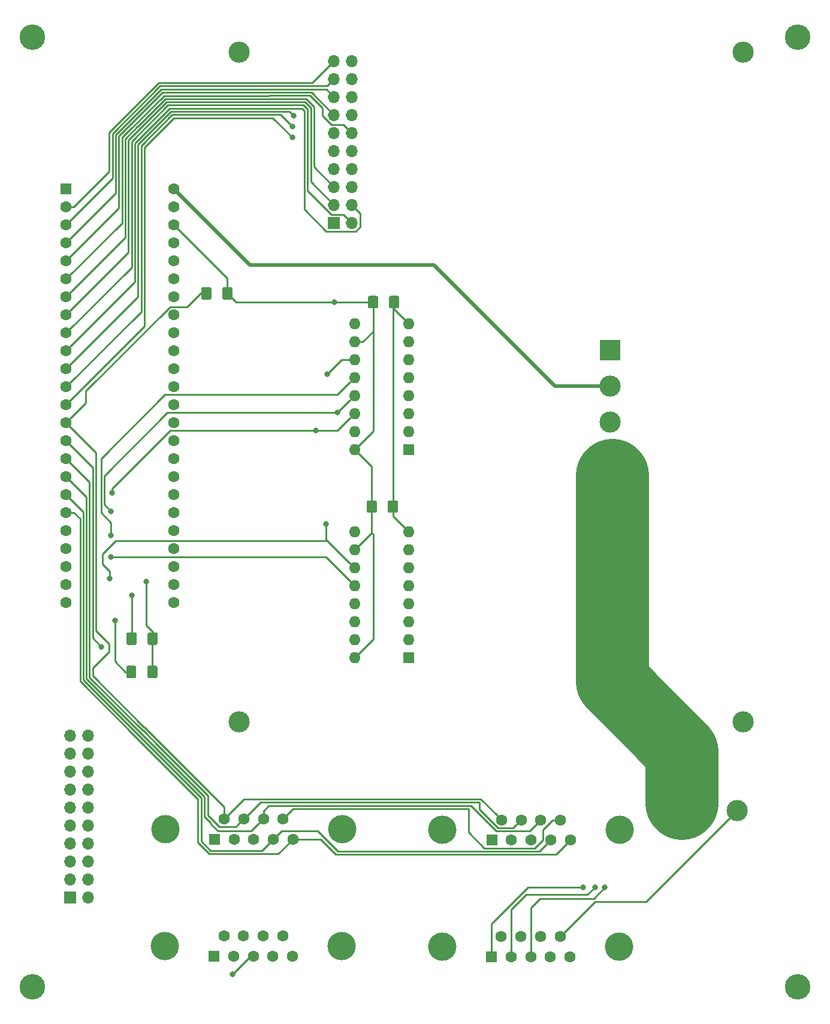
<source format=gbr>
G04 #@! TF.GenerationSoftware,KiCad,Pcbnew,(5.0.0)*
G04 #@! TF.CreationDate,2019-03-26T18:25:38-05:00*
G04 #@! TF.ProjectId,PlayerPiano,506C617965725069616E6F2E6B696361,rev?*
G04 #@! TF.SameCoordinates,Original*
G04 #@! TF.FileFunction,Copper,L1,Top,Signal*
G04 #@! TF.FilePolarity,Positive*
%FSLAX46Y46*%
G04 Gerber Fmt 4.6, Leading zero omitted, Abs format (unit mm)*
G04 Created by KiCad (PCBNEW (5.0.0)) date 03/26/19 18:25:38*
%MOMM*%
%LPD*%
G01*
G04 APERTURE LIST*
G04 #@! TA.AperFunction,ComponentPad*
%ADD10C,3.600000*%
G04 #@! TD*
G04 #@! TA.AperFunction,ComponentPad*
%ADD11C,3.000000*%
G04 #@! TD*
G04 #@! TA.AperFunction,ComponentPad*
%ADD12R,1.700000X1.700000*%
G04 #@! TD*
G04 #@! TA.AperFunction,ComponentPad*
%ADD13O,1.700000X1.700000*%
G04 #@! TD*
G04 #@! TA.AperFunction,ComponentPad*
%ADD14C,1.600000*%
G04 #@! TD*
G04 #@! TA.AperFunction,ComponentPad*
%ADD15R,1.600000X1.600000*%
G04 #@! TD*
G04 #@! TA.AperFunction,Conductor*
%ADD16C,0.100000*%
G04 #@! TD*
G04 #@! TA.AperFunction,SMDPad,CuDef*
%ADD17C,1.425000*%
G04 #@! TD*
G04 #@! TA.AperFunction,ComponentPad*
%ADD18C,4.000000*%
G04 #@! TD*
G04 #@! TA.AperFunction,ComponentPad*
%ADD19O,1.600000X1.600000*%
G04 #@! TD*
G04 #@! TA.AperFunction,ComponentPad*
%ADD20R,3.000000X3.000000*%
G04 #@! TD*
G04 #@! TA.AperFunction,ViaPad*
%ADD21C,0.800000*%
G04 #@! TD*
G04 #@! TA.AperFunction,Conductor*
%ADD22C,0.250000*%
G04 #@! TD*
G04 #@! TA.AperFunction,Conductor*
%ADD23C,0.520000*%
G04 #@! TD*
G04 #@! TA.AperFunction,Conductor*
%ADD24C,10.331000*%
G04 #@! TD*
G04 APERTURE END LIST*
D10*
G04 #@! TO.P,_,1*
G04 #@! TO.N,N/C*
X276600000Y-209040000D03*
G04 #@! TD*
G04 #@! TO.P,_,1*
G04 #@! TO.N,N/C*
X168500000Y-209040000D03*
G04 #@! TD*
G04 #@! TO.P,_,1*
G04 #@! TO.N,N/C*
X276600000Y-74910000D03*
G04 #@! TD*
G04 #@! TO.P,_,1*
G04 #@! TO.N,N/C*
X168500000Y-74910000D03*
G04 #@! TD*
D11*
G04 #@! TO.P,_,1*
G04 #@! TO.N,N/C*
X197662947Y-77014749D03*
G04 #@! TD*
G04 #@! TO.P,_,1*
G04 #@! TO.N,N/C*
X268862947Y-77014749D03*
G04 #@! TD*
G04 #@! TO.P,_,1*
G04 #@! TO.N,N/C*
X268862947Y-171614749D03*
G04 #@! TD*
D12*
G04 #@! TO.P,J5,1*
G04 #@! TO.N,/+3V3*
X211097947Y-101139749D03*
D13*
G04 #@! TO.P,J5,2*
G04 #@! TO.N,Gate_A*
X213637947Y-101139749D03*
G04 #@! TO.P,J5,3*
G04 #@! TO.N,Gate_B*
X211097947Y-98599749D03*
G04 #@! TO.P,J5,4*
G04 #@! TO.N,Gate_C*
X213637947Y-98599749D03*
G04 #@! TO.P,J5,5*
G04 #@! TO.N,Gate_D*
X211097947Y-96059749D03*
G04 #@! TO.P,J5,6*
G04 #@! TO.N,PITCH_A*
X213637947Y-96059749D03*
G04 #@! TO.P,J5,7*
G04 #@! TO.N,PITCH_B*
X211097947Y-93519749D03*
G04 #@! TO.P,J5,8*
G04 #@! TO.N,PITCH_C*
X213637947Y-93519749D03*
G04 #@! TO.P,J5,9*
G04 #@! TO.N,PITCH_D*
X211097947Y-90979749D03*
G04 #@! TO.P,J5,10*
G04 #@! TO.N,/-12V*
X213637947Y-90979749D03*
G04 #@! TO.P,J5,11*
G04 #@! TO.N,/GND*
X211097947Y-88439749D03*
G04 #@! TO.P,J5,12*
G04 #@! TO.N,SDA_Display*
X213637947Y-88439749D03*
G04 #@! TO.P,J5,13*
G04 #@! TO.N,SCL_Display*
X211097947Y-85899749D03*
G04 #@! TO.P,J5,14*
G04 #@! TO.N,Midi_loop*
X213637947Y-85899749D03*
G04 #@! TO.P,J5,15*
G04 #@! TO.N,Midi_Stop*
X211097947Y-83359749D03*
G04 #@! TO.P,J5,16*
G04 #@! TO.N,Midi_Play_Pause*
X213637947Y-83359749D03*
G04 #@! TO.P,J5,17*
G04 #@! TO.N,Enc_SW*
X211097947Y-80819749D03*
G04 #@! TO.P,J5,18*
G04 #@! TO.N,Enc_B*
X213637947Y-80819749D03*
G04 #@! TO.P,J5,19*
G04 #@! TO.N,Enc_A*
X211097947Y-78279749D03*
G04 #@! TO.P,J5,20*
G04 #@! TO.N,/+12V*
X213637947Y-78279749D03*
G04 #@! TD*
D14*
G04 #@! TO.P,U3,53*
G04 #@! TO.N,/+5V*
X188470000Y-96350000D03*
G04 #@! TO.P,U3,52*
G04 #@! TO.N,/GND*
X188470000Y-98890000D03*
G04 #@! TO.P,U3,51*
G04 #@! TO.N,/+3V3*
X188470000Y-101430000D03*
G04 #@! TO.P,U3,50*
G04 #@! TO.N,PITCH_D*
X188470000Y-103970000D03*
G04 #@! TO.P,U3,49*
G04 #@! TO.N,PITCH_C*
X188470000Y-106510000D03*
G04 #@! TO.P,U3,48*
G04 #@! TO.N,PITCH_B*
X188470000Y-109050000D03*
G04 #@! TO.P,U3,47*
G04 #@! TO.N,PITCH_A*
X188470000Y-111590000D03*
G04 #@! TO.P,U3,46*
G04 #@! TO.N,Net-(J8-Pad1)*
X188470000Y-114130000D03*
G04 #@! TO.P,U3,45*
G04 #@! TO.N,Net-(J8-Pad2)*
X188470000Y-116670000D03*
G04 #@! TO.P,U3,44*
G04 #@! TO.N,Net-(J8-Pad3)*
X188470000Y-119210000D03*
G04 #@! TO.P,U3,43*
G04 #@! TO.N,Net-(J8-Pad4)*
X188470000Y-121750000D03*
G04 #@! TO.P,U3,42*
G04 #@! TO.N,Net-(J8-Pad5)*
X188470000Y-124290000D03*
G04 #@! TO.P,U3,41*
G04 #@! TO.N,Net-(J8-Pad6)*
X188470000Y-126830000D03*
G04 #@! TO.P,U3,40*
G04 #@! TO.N,Net-(J8-Pad7)*
X188470000Y-129370000D03*
G04 #@! TO.P,U3,39*
G04 #@! TO.N,Net-(J8-Pad8)*
X188470000Y-131910000D03*
G04 #@! TO.P,U3,38*
G04 #@! TO.N,Net-(J8-Pad9)*
X188470000Y-134450000D03*
D15*
G04 #@! TO.P,U3,1*
G04 #@! TO.N,/GND*
X173230000Y-96350000D03*
D14*
G04 #@! TO.P,U3,2*
G04 #@! TO.N,Enc_A*
X173230000Y-98890000D03*
G04 #@! TO.P,U3,3*
G04 #@! TO.N,Enc_SW*
X173230000Y-101430000D03*
G04 #@! TO.P,U3,4*
G04 #@! TO.N,Midi_Stop*
X173230000Y-103970000D03*
G04 #@! TO.P,U3,5*
G04 #@! TO.N,SCL_Display*
X173230000Y-106510000D03*
G04 #@! TO.P,U3,6*
G04 #@! TO.N,SDA_Display*
X173230000Y-109050000D03*
G04 #@! TO.P,U3,7*
G04 #@! TO.N,Gate_D*
X173230000Y-111590000D03*
G04 #@! TO.P,U3,8*
G04 #@! TO.N,Gate_B*
X173230000Y-114130000D03*
G04 #@! TO.P,U3,9*
G04 #@! TO.N,Gate_A*
X173230000Y-116670000D03*
G04 #@! TO.P,U3,10*
G04 #@! TO.N,Gate_C*
X173230000Y-119210000D03*
G04 #@! TO.P,U3,11*
G04 #@! TO.N,Enc_B*
X173230000Y-121750000D03*
G04 #@! TO.P,U3,12*
G04 #@! TO.N,Midi_Play_Pause*
X173230000Y-124290000D03*
G04 #@! TO.P,U3,13*
G04 #@! TO.N,Midi_loop*
X173230000Y-126830000D03*
G04 #@! TO.P,U3,37*
G04 #@! TO.N,Net-(J8-Pad10)*
X188470000Y-136990000D03*
G04 #@! TO.P,U3,36*
G04 #@! TO.N,Net-(J8-Pad11)*
X188470000Y-139530000D03*
G04 #@! TO.P,U3,35*
G04 #@! TO.N,Net-(J8-Pad12)*
X188470000Y-142070000D03*
G04 #@! TO.P,U3,34*
G04 #@! TO.N,Net-(J8-Pad13)*
X188470000Y-144610000D03*
G04 #@! TO.P,U3,33*
G04 #@! TO.N,Net-(J8-Pad14)*
X188470000Y-147150000D03*
G04 #@! TO.P,U3,32*
G04 #@! TO.N,Net-(J8-Pad15)*
X188470000Y-149690000D03*
G04 #@! TO.P,U3,31*
G04 #@! TO.N,Net-(J8-Pad16)*
X188470000Y-152230000D03*
G04 #@! TO.P,U3,30*
G04 #@! TO.N,Net-(J8-Pad17)*
X188470000Y-154770000D03*
G04 #@! TO.P,U3,24*
G04 #@! TO.N,SRSEL_CLK*
X173230000Y-154770000D03*
G04 #@! TO.P,U3,23*
G04 #@! TO.N,SRSEL_LATCH_A*
X173230000Y-152230000D03*
G04 #@! TO.P,U3,22*
G04 #@! TO.N,SRSEL_LATCH_B*
X173230000Y-149690000D03*
G04 #@! TO.P,U3,21*
G04 #@! TO.N,SRSEL_ENABLE*
X173230000Y-147150000D03*
G04 #@! TO.P,U3,14*
G04 #@! TO.N,FAULT*
X173230000Y-129370000D03*
G04 #@! TO.P,U3,15*
G04 #@! TO.N,xtra_3V3*
X173230000Y-131910000D03*
G04 #@! TO.P,U3,16*
G04 #@! TO.N,RESET*
X173230000Y-134450000D03*
G04 #@! TO.P,U3,20*
G04 #@! TO.N,SRSEL_DATA*
X173230000Y-144610000D03*
G04 #@! TO.P,U3,19*
G04 #@! TO.N,SER_DATA*
X173230000Y-142070000D03*
G04 #@! TO.P,U3,18*
G04 #@! TO.N,SER_CLK*
X173230000Y-139530000D03*
G04 #@! TO.P,U3,17*
G04 #@! TO.N,nENBL*
X173230000Y-136990000D03*
G04 #@! TD*
D16*
G04 #@! TO.N,/+3V3*
G04 #@! TO.C,C1*
G36*
X217099504Y-111456204D02*
X217123773Y-111459804D01*
X217147571Y-111465765D01*
X217170671Y-111474030D01*
X217192849Y-111484520D01*
X217213893Y-111497133D01*
X217233598Y-111511747D01*
X217251777Y-111528223D01*
X217268253Y-111546402D01*
X217282867Y-111566107D01*
X217295480Y-111587151D01*
X217305970Y-111609329D01*
X217314235Y-111632429D01*
X217320196Y-111656227D01*
X217323796Y-111680496D01*
X217325000Y-111705000D01*
X217325000Y-112955000D01*
X217323796Y-112979504D01*
X217320196Y-113003773D01*
X217314235Y-113027571D01*
X217305970Y-113050671D01*
X217295480Y-113072849D01*
X217282867Y-113093893D01*
X217268253Y-113113598D01*
X217251777Y-113131777D01*
X217233598Y-113148253D01*
X217213893Y-113162867D01*
X217192849Y-113175480D01*
X217170671Y-113185970D01*
X217147571Y-113194235D01*
X217123773Y-113200196D01*
X217099504Y-113203796D01*
X217075000Y-113205000D01*
X216150000Y-113205000D01*
X216125496Y-113203796D01*
X216101227Y-113200196D01*
X216077429Y-113194235D01*
X216054329Y-113185970D01*
X216032151Y-113175480D01*
X216011107Y-113162867D01*
X215991402Y-113148253D01*
X215973223Y-113131777D01*
X215956747Y-113113598D01*
X215942133Y-113093893D01*
X215929520Y-113072849D01*
X215919030Y-113050671D01*
X215910765Y-113027571D01*
X215904804Y-113003773D01*
X215901204Y-112979504D01*
X215900000Y-112955000D01*
X215900000Y-111705000D01*
X215901204Y-111680496D01*
X215904804Y-111656227D01*
X215910765Y-111632429D01*
X215919030Y-111609329D01*
X215929520Y-111587151D01*
X215942133Y-111566107D01*
X215956747Y-111546402D01*
X215973223Y-111528223D01*
X215991402Y-111511747D01*
X216011107Y-111497133D01*
X216032151Y-111484520D01*
X216054329Y-111474030D01*
X216077429Y-111465765D01*
X216101227Y-111459804D01*
X216125496Y-111456204D01*
X216150000Y-111455000D01*
X217075000Y-111455000D01*
X217099504Y-111456204D01*
X217099504Y-111456204D01*
G37*
D17*
G04 #@! TD*
G04 #@! TO.P,C1,1*
G04 #@! TO.N,/+3V3*
X216612500Y-112330000D03*
D16*
G04 #@! TO.N,/GND*
G04 #@! TO.C,C1*
G36*
X220074504Y-111456204D02*
X220098773Y-111459804D01*
X220122571Y-111465765D01*
X220145671Y-111474030D01*
X220167849Y-111484520D01*
X220188893Y-111497133D01*
X220208598Y-111511747D01*
X220226777Y-111528223D01*
X220243253Y-111546402D01*
X220257867Y-111566107D01*
X220270480Y-111587151D01*
X220280970Y-111609329D01*
X220289235Y-111632429D01*
X220295196Y-111656227D01*
X220298796Y-111680496D01*
X220300000Y-111705000D01*
X220300000Y-112955000D01*
X220298796Y-112979504D01*
X220295196Y-113003773D01*
X220289235Y-113027571D01*
X220280970Y-113050671D01*
X220270480Y-113072849D01*
X220257867Y-113093893D01*
X220243253Y-113113598D01*
X220226777Y-113131777D01*
X220208598Y-113148253D01*
X220188893Y-113162867D01*
X220167849Y-113175480D01*
X220145671Y-113185970D01*
X220122571Y-113194235D01*
X220098773Y-113200196D01*
X220074504Y-113203796D01*
X220050000Y-113205000D01*
X219125000Y-113205000D01*
X219100496Y-113203796D01*
X219076227Y-113200196D01*
X219052429Y-113194235D01*
X219029329Y-113185970D01*
X219007151Y-113175480D01*
X218986107Y-113162867D01*
X218966402Y-113148253D01*
X218948223Y-113131777D01*
X218931747Y-113113598D01*
X218917133Y-113093893D01*
X218904520Y-113072849D01*
X218894030Y-113050671D01*
X218885765Y-113027571D01*
X218879804Y-113003773D01*
X218876204Y-112979504D01*
X218875000Y-112955000D01*
X218875000Y-111705000D01*
X218876204Y-111680496D01*
X218879804Y-111656227D01*
X218885765Y-111632429D01*
X218894030Y-111609329D01*
X218904520Y-111587151D01*
X218917133Y-111566107D01*
X218931747Y-111546402D01*
X218948223Y-111528223D01*
X218966402Y-111511747D01*
X218986107Y-111497133D01*
X219007151Y-111484520D01*
X219029329Y-111474030D01*
X219052429Y-111465765D01*
X219076227Y-111459804D01*
X219100496Y-111456204D01*
X219125000Y-111455000D01*
X220050000Y-111455000D01*
X220074504Y-111456204D01*
X220074504Y-111456204D01*
G37*
D17*
G04 #@! TD*
G04 #@! TO.P,C1,2*
G04 #@! TO.N,/GND*
X219587500Y-112330000D03*
D16*
G04 #@! TO.N,/GND*
G04 #@! TO.C,C12*
G36*
X219894504Y-140346204D02*
X219918773Y-140349804D01*
X219942571Y-140355765D01*
X219965671Y-140364030D01*
X219987849Y-140374520D01*
X220008893Y-140387133D01*
X220028598Y-140401747D01*
X220046777Y-140418223D01*
X220063253Y-140436402D01*
X220077867Y-140456107D01*
X220090480Y-140477151D01*
X220100970Y-140499329D01*
X220109235Y-140522429D01*
X220115196Y-140546227D01*
X220118796Y-140570496D01*
X220120000Y-140595000D01*
X220120000Y-141845000D01*
X220118796Y-141869504D01*
X220115196Y-141893773D01*
X220109235Y-141917571D01*
X220100970Y-141940671D01*
X220090480Y-141962849D01*
X220077867Y-141983893D01*
X220063253Y-142003598D01*
X220046777Y-142021777D01*
X220028598Y-142038253D01*
X220008893Y-142052867D01*
X219987849Y-142065480D01*
X219965671Y-142075970D01*
X219942571Y-142084235D01*
X219918773Y-142090196D01*
X219894504Y-142093796D01*
X219870000Y-142095000D01*
X218945000Y-142095000D01*
X218920496Y-142093796D01*
X218896227Y-142090196D01*
X218872429Y-142084235D01*
X218849329Y-142075970D01*
X218827151Y-142065480D01*
X218806107Y-142052867D01*
X218786402Y-142038253D01*
X218768223Y-142021777D01*
X218751747Y-142003598D01*
X218737133Y-141983893D01*
X218724520Y-141962849D01*
X218714030Y-141940671D01*
X218705765Y-141917571D01*
X218699804Y-141893773D01*
X218696204Y-141869504D01*
X218695000Y-141845000D01*
X218695000Y-140595000D01*
X218696204Y-140570496D01*
X218699804Y-140546227D01*
X218705765Y-140522429D01*
X218714030Y-140499329D01*
X218724520Y-140477151D01*
X218737133Y-140456107D01*
X218751747Y-140436402D01*
X218768223Y-140418223D01*
X218786402Y-140401747D01*
X218806107Y-140387133D01*
X218827151Y-140374520D01*
X218849329Y-140364030D01*
X218872429Y-140355765D01*
X218896227Y-140349804D01*
X218920496Y-140346204D01*
X218945000Y-140345000D01*
X219870000Y-140345000D01*
X219894504Y-140346204D01*
X219894504Y-140346204D01*
G37*
D17*
G04 #@! TD*
G04 #@! TO.P,C12,2*
G04 #@! TO.N,/GND*
X219407500Y-141220000D03*
D16*
G04 #@! TO.N,/+3V3*
G04 #@! TO.C,C12*
G36*
X216919504Y-140346204D02*
X216943773Y-140349804D01*
X216967571Y-140355765D01*
X216990671Y-140364030D01*
X217012849Y-140374520D01*
X217033893Y-140387133D01*
X217053598Y-140401747D01*
X217071777Y-140418223D01*
X217088253Y-140436402D01*
X217102867Y-140456107D01*
X217115480Y-140477151D01*
X217125970Y-140499329D01*
X217134235Y-140522429D01*
X217140196Y-140546227D01*
X217143796Y-140570496D01*
X217145000Y-140595000D01*
X217145000Y-141845000D01*
X217143796Y-141869504D01*
X217140196Y-141893773D01*
X217134235Y-141917571D01*
X217125970Y-141940671D01*
X217115480Y-141962849D01*
X217102867Y-141983893D01*
X217088253Y-142003598D01*
X217071777Y-142021777D01*
X217053598Y-142038253D01*
X217033893Y-142052867D01*
X217012849Y-142065480D01*
X216990671Y-142075970D01*
X216967571Y-142084235D01*
X216943773Y-142090196D01*
X216919504Y-142093796D01*
X216895000Y-142095000D01*
X215970000Y-142095000D01*
X215945496Y-142093796D01*
X215921227Y-142090196D01*
X215897429Y-142084235D01*
X215874329Y-142075970D01*
X215852151Y-142065480D01*
X215831107Y-142052867D01*
X215811402Y-142038253D01*
X215793223Y-142021777D01*
X215776747Y-142003598D01*
X215762133Y-141983893D01*
X215749520Y-141962849D01*
X215739030Y-141940671D01*
X215730765Y-141917571D01*
X215724804Y-141893773D01*
X215721204Y-141869504D01*
X215720000Y-141845000D01*
X215720000Y-140595000D01*
X215721204Y-140570496D01*
X215724804Y-140546227D01*
X215730765Y-140522429D01*
X215739030Y-140499329D01*
X215749520Y-140477151D01*
X215762133Y-140456107D01*
X215776747Y-140436402D01*
X215793223Y-140418223D01*
X215811402Y-140401747D01*
X215831107Y-140387133D01*
X215852151Y-140374520D01*
X215874329Y-140364030D01*
X215897429Y-140355765D01*
X215921227Y-140349804D01*
X215945496Y-140346204D01*
X215970000Y-140345000D01*
X216895000Y-140345000D01*
X216919504Y-140346204D01*
X216919504Y-140346204D01*
G37*
D17*
G04 #@! TD*
G04 #@! TO.P,C12,1*
G04 #@! TO.N,/+3V3*
X216432500Y-141220000D03*
D16*
G04 #@! TO.N,/+3V3*
G04 #@! TO.C,R1*
G36*
X185914504Y-163686204D02*
X185938773Y-163689804D01*
X185962571Y-163695765D01*
X185985671Y-163704030D01*
X186007849Y-163714520D01*
X186028893Y-163727133D01*
X186048598Y-163741747D01*
X186066777Y-163758223D01*
X186083253Y-163776402D01*
X186097867Y-163796107D01*
X186110480Y-163817151D01*
X186120970Y-163839329D01*
X186129235Y-163862429D01*
X186135196Y-163886227D01*
X186138796Y-163910496D01*
X186140000Y-163935000D01*
X186140000Y-165185000D01*
X186138796Y-165209504D01*
X186135196Y-165233773D01*
X186129235Y-165257571D01*
X186120970Y-165280671D01*
X186110480Y-165302849D01*
X186097867Y-165323893D01*
X186083253Y-165343598D01*
X186066777Y-165361777D01*
X186048598Y-165378253D01*
X186028893Y-165392867D01*
X186007849Y-165405480D01*
X185985671Y-165415970D01*
X185962571Y-165424235D01*
X185938773Y-165430196D01*
X185914504Y-165433796D01*
X185890000Y-165435000D01*
X184965000Y-165435000D01*
X184940496Y-165433796D01*
X184916227Y-165430196D01*
X184892429Y-165424235D01*
X184869329Y-165415970D01*
X184847151Y-165405480D01*
X184826107Y-165392867D01*
X184806402Y-165378253D01*
X184788223Y-165361777D01*
X184771747Y-165343598D01*
X184757133Y-165323893D01*
X184744520Y-165302849D01*
X184734030Y-165280671D01*
X184725765Y-165257571D01*
X184719804Y-165233773D01*
X184716204Y-165209504D01*
X184715000Y-165185000D01*
X184715000Y-163935000D01*
X184716204Y-163910496D01*
X184719804Y-163886227D01*
X184725765Y-163862429D01*
X184734030Y-163839329D01*
X184744520Y-163817151D01*
X184757133Y-163796107D01*
X184771747Y-163776402D01*
X184788223Y-163758223D01*
X184806402Y-163741747D01*
X184826107Y-163727133D01*
X184847151Y-163714520D01*
X184869329Y-163704030D01*
X184892429Y-163695765D01*
X184916227Y-163689804D01*
X184940496Y-163686204D01*
X184965000Y-163685000D01*
X185890000Y-163685000D01*
X185914504Y-163686204D01*
X185914504Y-163686204D01*
G37*
D17*
G04 #@! TD*
G04 #@! TO.P,R1,2*
G04 #@! TO.N,/+3V3*
X185427500Y-164560000D03*
D16*
G04 #@! TO.N,SRSEL_ENABLE*
G04 #@! TO.C,R1*
G36*
X182939504Y-163686204D02*
X182963773Y-163689804D01*
X182987571Y-163695765D01*
X183010671Y-163704030D01*
X183032849Y-163714520D01*
X183053893Y-163727133D01*
X183073598Y-163741747D01*
X183091777Y-163758223D01*
X183108253Y-163776402D01*
X183122867Y-163796107D01*
X183135480Y-163817151D01*
X183145970Y-163839329D01*
X183154235Y-163862429D01*
X183160196Y-163886227D01*
X183163796Y-163910496D01*
X183165000Y-163935000D01*
X183165000Y-165185000D01*
X183163796Y-165209504D01*
X183160196Y-165233773D01*
X183154235Y-165257571D01*
X183145970Y-165280671D01*
X183135480Y-165302849D01*
X183122867Y-165323893D01*
X183108253Y-165343598D01*
X183091777Y-165361777D01*
X183073598Y-165378253D01*
X183053893Y-165392867D01*
X183032849Y-165405480D01*
X183010671Y-165415970D01*
X182987571Y-165424235D01*
X182963773Y-165430196D01*
X182939504Y-165433796D01*
X182915000Y-165435000D01*
X181990000Y-165435000D01*
X181965496Y-165433796D01*
X181941227Y-165430196D01*
X181917429Y-165424235D01*
X181894329Y-165415970D01*
X181872151Y-165405480D01*
X181851107Y-165392867D01*
X181831402Y-165378253D01*
X181813223Y-165361777D01*
X181796747Y-165343598D01*
X181782133Y-165323893D01*
X181769520Y-165302849D01*
X181759030Y-165280671D01*
X181750765Y-165257571D01*
X181744804Y-165233773D01*
X181741204Y-165209504D01*
X181740000Y-165185000D01*
X181740000Y-163935000D01*
X181741204Y-163910496D01*
X181744804Y-163886227D01*
X181750765Y-163862429D01*
X181759030Y-163839329D01*
X181769520Y-163817151D01*
X181782133Y-163796107D01*
X181796747Y-163776402D01*
X181813223Y-163758223D01*
X181831402Y-163741747D01*
X181851107Y-163727133D01*
X181872151Y-163714520D01*
X181894329Y-163704030D01*
X181917429Y-163695765D01*
X181941227Y-163689804D01*
X181965496Y-163686204D01*
X181990000Y-163685000D01*
X182915000Y-163685000D01*
X182939504Y-163686204D01*
X182939504Y-163686204D01*
G37*
D17*
G04 #@! TD*
G04 #@! TO.P,R1,1*
G04 #@! TO.N,SRSEL_ENABLE*
X182452500Y-164560000D03*
D16*
G04 #@! TO.N,nENBL*
G04 #@! TO.C,R2*
G36*
X182979504Y-158986204D02*
X183003773Y-158989804D01*
X183027571Y-158995765D01*
X183050671Y-159004030D01*
X183072849Y-159014520D01*
X183093893Y-159027133D01*
X183113598Y-159041747D01*
X183131777Y-159058223D01*
X183148253Y-159076402D01*
X183162867Y-159096107D01*
X183175480Y-159117151D01*
X183185970Y-159139329D01*
X183194235Y-159162429D01*
X183200196Y-159186227D01*
X183203796Y-159210496D01*
X183205000Y-159235000D01*
X183205000Y-160485000D01*
X183203796Y-160509504D01*
X183200196Y-160533773D01*
X183194235Y-160557571D01*
X183185970Y-160580671D01*
X183175480Y-160602849D01*
X183162867Y-160623893D01*
X183148253Y-160643598D01*
X183131777Y-160661777D01*
X183113598Y-160678253D01*
X183093893Y-160692867D01*
X183072849Y-160705480D01*
X183050671Y-160715970D01*
X183027571Y-160724235D01*
X183003773Y-160730196D01*
X182979504Y-160733796D01*
X182955000Y-160735000D01*
X182030000Y-160735000D01*
X182005496Y-160733796D01*
X181981227Y-160730196D01*
X181957429Y-160724235D01*
X181934329Y-160715970D01*
X181912151Y-160705480D01*
X181891107Y-160692867D01*
X181871402Y-160678253D01*
X181853223Y-160661777D01*
X181836747Y-160643598D01*
X181822133Y-160623893D01*
X181809520Y-160602849D01*
X181799030Y-160580671D01*
X181790765Y-160557571D01*
X181784804Y-160533773D01*
X181781204Y-160509504D01*
X181780000Y-160485000D01*
X181780000Y-159235000D01*
X181781204Y-159210496D01*
X181784804Y-159186227D01*
X181790765Y-159162429D01*
X181799030Y-159139329D01*
X181809520Y-159117151D01*
X181822133Y-159096107D01*
X181836747Y-159076402D01*
X181853223Y-159058223D01*
X181871402Y-159041747D01*
X181891107Y-159027133D01*
X181912151Y-159014520D01*
X181934329Y-159004030D01*
X181957429Y-158995765D01*
X181981227Y-158989804D01*
X182005496Y-158986204D01*
X182030000Y-158985000D01*
X182955000Y-158985000D01*
X182979504Y-158986204D01*
X182979504Y-158986204D01*
G37*
D17*
G04 #@! TD*
G04 #@! TO.P,R2,1*
G04 #@! TO.N,nENBL*
X182492500Y-159860000D03*
D16*
G04 #@! TO.N,/+3V3*
G04 #@! TO.C,R2*
G36*
X185954504Y-158986204D02*
X185978773Y-158989804D01*
X186002571Y-158995765D01*
X186025671Y-159004030D01*
X186047849Y-159014520D01*
X186068893Y-159027133D01*
X186088598Y-159041747D01*
X186106777Y-159058223D01*
X186123253Y-159076402D01*
X186137867Y-159096107D01*
X186150480Y-159117151D01*
X186160970Y-159139329D01*
X186169235Y-159162429D01*
X186175196Y-159186227D01*
X186178796Y-159210496D01*
X186180000Y-159235000D01*
X186180000Y-160485000D01*
X186178796Y-160509504D01*
X186175196Y-160533773D01*
X186169235Y-160557571D01*
X186160970Y-160580671D01*
X186150480Y-160602849D01*
X186137867Y-160623893D01*
X186123253Y-160643598D01*
X186106777Y-160661777D01*
X186088598Y-160678253D01*
X186068893Y-160692867D01*
X186047849Y-160705480D01*
X186025671Y-160715970D01*
X186002571Y-160724235D01*
X185978773Y-160730196D01*
X185954504Y-160733796D01*
X185930000Y-160735000D01*
X185005000Y-160735000D01*
X184980496Y-160733796D01*
X184956227Y-160730196D01*
X184932429Y-160724235D01*
X184909329Y-160715970D01*
X184887151Y-160705480D01*
X184866107Y-160692867D01*
X184846402Y-160678253D01*
X184828223Y-160661777D01*
X184811747Y-160643598D01*
X184797133Y-160623893D01*
X184784520Y-160602849D01*
X184774030Y-160580671D01*
X184765765Y-160557571D01*
X184759804Y-160533773D01*
X184756204Y-160509504D01*
X184755000Y-160485000D01*
X184755000Y-159235000D01*
X184756204Y-159210496D01*
X184759804Y-159186227D01*
X184765765Y-159162429D01*
X184774030Y-159139329D01*
X184784520Y-159117151D01*
X184797133Y-159096107D01*
X184811747Y-159076402D01*
X184828223Y-159058223D01*
X184846402Y-159041747D01*
X184866107Y-159027133D01*
X184887151Y-159014520D01*
X184909329Y-159004030D01*
X184932429Y-158995765D01*
X184956227Y-158989804D01*
X184980496Y-158986204D01*
X185005000Y-158985000D01*
X185930000Y-158985000D01*
X185954504Y-158986204D01*
X185954504Y-158986204D01*
G37*
D17*
G04 #@! TD*
G04 #@! TO.P,R2,2*
G04 #@! TO.N,/+3V3*
X185467500Y-159860000D03*
D15*
G04 #@! TO.P,J6,1*
G04 #@! TO.N,Net-(J6-Pad1)*
X233340000Y-204780000D03*
D14*
G04 #@! TO.P,J6,2*
G04 #@! TO.N,Net-(J6-Pad2)*
X236110000Y-204780000D03*
G04 #@! TO.P,J6,3*
G04 #@! TO.N,Net-(J6-Pad3)*
X238880000Y-204780000D03*
G04 #@! TO.P,J6,4*
G04 #@! TO.N,SER_CLK*
X241650000Y-204780000D03*
G04 #@! TO.P,J6,5*
G04 #@! TO.N,SER_DATA*
X244420000Y-204780000D03*
G04 #@! TO.P,J6,6*
G04 #@! TO.N,FAULT*
X234725000Y-201940000D03*
G04 #@! TO.P,J6,7*
G04 #@! TO.N,RESET*
X237495000Y-201940000D03*
G04 #@! TO.P,J6,8*
G04 #@! TO.N,nENBL*
X240265000Y-201940000D03*
G04 #@! TO.P,J6,9*
G04 #@! TO.N,/GND*
X243035000Y-201940000D03*
D18*
G04 #@! TO.P,J6,0*
G04 #@! TO.N,N/C*
X251380000Y-203360000D03*
X226380000Y-203360000D03*
G04 #@! TD*
D16*
G04 #@! TO.N,FAULT*
G04 #@! TO.C,R3*
G36*
X193549504Y-110226204D02*
X193573773Y-110229804D01*
X193597571Y-110235765D01*
X193620671Y-110244030D01*
X193642849Y-110254520D01*
X193663893Y-110267133D01*
X193683598Y-110281747D01*
X193701777Y-110298223D01*
X193718253Y-110316402D01*
X193732867Y-110336107D01*
X193745480Y-110357151D01*
X193755970Y-110379329D01*
X193764235Y-110402429D01*
X193770196Y-110426227D01*
X193773796Y-110450496D01*
X193775000Y-110475000D01*
X193775000Y-111725000D01*
X193773796Y-111749504D01*
X193770196Y-111773773D01*
X193764235Y-111797571D01*
X193755970Y-111820671D01*
X193745480Y-111842849D01*
X193732867Y-111863893D01*
X193718253Y-111883598D01*
X193701777Y-111901777D01*
X193683598Y-111918253D01*
X193663893Y-111932867D01*
X193642849Y-111945480D01*
X193620671Y-111955970D01*
X193597571Y-111964235D01*
X193573773Y-111970196D01*
X193549504Y-111973796D01*
X193525000Y-111975000D01*
X192600000Y-111975000D01*
X192575496Y-111973796D01*
X192551227Y-111970196D01*
X192527429Y-111964235D01*
X192504329Y-111955970D01*
X192482151Y-111945480D01*
X192461107Y-111932867D01*
X192441402Y-111918253D01*
X192423223Y-111901777D01*
X192406747Y-111883598D01*
X192392133Y-111863893D01*
X192379520Y-111842849D01*
X192369030Y-111820671D01*
X192360765Y-111797571D01*
X192354804Y-111773773D01*
X192351204Y-111749504D01*
X192350000Y-111725000D01*
X192350000Y-110475000D01*
X192351204Y-110450496D01*
X192354804Y-110426227D01*
X192360765Y-110402429D01*
X192369030Y-110379329D01*
X192379520Y-110357151D01*
X192392133Y-110336107D01*
X192406747Y-110316402D01*
X192423223Y-110298223D01*
X192441402Y-110281747D01*
X192461107Y-110267133D01*
X192482151Y-110254520D01*
X192504329Y-110244030D01*
X192527429Y-110235765D01*
X192551227Y-110229804D01*
X192575496Y-110226204D01*
X192600000Y-110225000D01*
X193525000Y-110225000D01*
X193549504Y-110226204D01*
X193549504Y-110226204D01*
G37*
D17*
G04 #@! TD*
G04 #@! TO.P,R3,1*
G04 #@! TO.N,FAULT*
X193062500Y-111100000D03*
D16*
G04 #@! TO.N,/+3V3*
G04 #@! TO.C,R3*
G36*
X196524504Y-110226204D02*
X196548773Y-110229804D01*
X196572571Y-110235765D01*
X196595671Y-110244030D01*
X196617849Y-110254520D01*
X196638893Y-110267133D01*
X196658598Y-110281747D01*
X196676777Y-110298223D01*
X196693253Y-110316402D01*
X196707867Y-110336107D01*
X196720480Y-110357151D01*
X196730970Y-110379329D01*
X196739235Y-110402429D01*
X196745196Y-110426227D01*
X196748796Y-110450496D01*
X196750000Y-110475000D01*
X196750000Y-111725000D01*
X196748796Y-111749504D01*
X196745196Y-111773773D01*
X196739235Y-111797571D01*
X196730970Y-111820671D01*
X196720480Y-111842849D01*
X196707867Y-111863893D01*
X196693253Y-111883598D01*
X196676777Y-111901777D01*
X196658598Y-111918253D01*
X196638893Y-111932867D01*
X196617849Y-111945480D01*
X196595671Y-111955970D01*
X196572571Y-111964235D01*
X196548773Y-111970196D01*
X196524504Y-111973796D01*
X196500000Y-111975000D01*
X195575000Y-111975000D01*
X195550496Y-111973796D01*
X195526227Y-111970196D01*
X195502429Y-111964235D01*
X195479329Y-111955970D01*
X195457151Y-111945480D01*
X195436107Y-111932867D01*
X195416402Y-111918253D01*
X195398223Y-111901777D01*
X195381747Y-111883598D01*
X195367133Y-111863893D01*
X195354520Y-111842849D01*
X195344030Y-111820671D01*
X195335765Y-111797571D01*
X195329804Y-111773773D01*
X195326204Y-111749504D01*
X195325000Y-111725000D01*
X195325000Y-110475000D01*
X195326204Y-110450496D01*
X195329804Y-110426227D01*
X195335765Y-110402429D01*
X195344030Y-110379329D01*
X195354520Y-110357151D01*
X195367133Y-110336107D01*
X195381747Y-110316402D01*
X195398223Y-110298223D01*
X195416402Y-110281747D01*
X195436107Y-110267133D01*
X195457151Y-110254520D01*
X195479329Y-110244030D01*
X195502429Y-110235765D01*
X195526227Y-110229804D01*
X195550496Y-110226204D01*
X195575000Y-110225000D01*
X196500000Y-110225000D01*
X196524504Y-110226204D01*
X196524504Y-110226204D01*
G37*
D17*
G04 #@! TD*
G04 #@! TO.P,R3,2*
G04 #@! TO.N,/+3V3*
X196037500Y-111100000D03*
D15*
G04 #@! TO.P,J2,1*
G04 #@! TO.N,Net-(J2-Pad1)*
X194200000Y-188170000D03*
D14*
G04 #@! TO.P,J2,2*
G04 #@! TO.N,Net-(J2-Pad2)*
X196970000Y-188170000D03*
G04 #@! TO.P,J2,3*
G04 #@! TO.N,Net-(J2-Pad3)*
X199740000Y-188170000D03*
G04 #@! TO.P,J2,4*
G04 #@! TO.N,SER_CLK*
X202510000Y-188170000D03*
G04 #@! TO.P,J2,5*
G04 #@! TO.N,SER_DATA*
X205280000Y-188170000D03*
G04 #@! TO.P,J2,6*
G04 #@! TO.N,FAULT*
X195585000Y-185330000D03*
G04 #@! TO.P,J2,7*
G04 #@! TO.N,RESET*
X198355000Y-185330000D03*
G04 #@! TO.P,J2,8*
G04 #@! TO.N,nENBL*
X201125000Y-185330000D03*
G04 #@! TO.P,J2,9*
G04 #@! TO.N,/GND*
X203895000Y-185330000D03*
D18*
G04 #@! TO.P,J2,0*
G04 #@! TO.N,N/C*
X212240000Y-186750000D03*
X187240000Y-186750000D03*
G04 #@! TD*
G04 #@! TO.P,J3,0*
G04 #@! TO.N,N/C*
X187190000Y-203270000D03*
X212190000Y-203270000D03*
D14*
G04 #@! TO.P,J3,9*
G04 #@! TO.N,/GND*
X203845000Y-201850000D03*
G04 #@! TO.P,J3,8*
G04 #@! TO.N,nENBL*
X201075000Y-201850000D03*
G04 #@! TO.P,J3,7*
G04 #@! TO.N,RESET*
X198305000Y-201850000D03*
G04 #@! TO.P,J3,6*
G04 #@! TO.N,FAULT*
X195535000Y-201850000D03*
G04 #@! TO.P,J3,5*
G04 #@! TO.N,SER_DATA*
X205230000Y-204690000D03*
G04 #@! TO.P,J3,4*
G04 #@! TO.N,SER_CLK*
X202460000Y-204690000D03*
G04 #@! TO.P,J3,3*
G04 #@! TO.N,Net-(J3-Pad3)*
X199690000Y-204690000D03*
G04 #@! TO.P,J3,2*
G04 #@! TO.N,Net-(J3-Pad2)*
X196920000Y-204690000D03*
D15*
G04 #@! TO.P,J3,1*
G04 #@! TO.N,Net-(J3-Pad1)*
X194150000Y-204690000D03*
G04 #@! TD*
G04 #@! TO.P,J4,1*
G04 #@! TO.N,Net-(J4-Pad1)*
X233390000Y-188310000D03*
D14*
G04 #@! TO.P,J4,2*
G04 #@! TO.N,Net-(J4-Pad2)*
X236160000Y-188310000D03*
G04 #@! TO.P,J4,3*
G04 #@! TO.N,Net-(J4-Pad3)*
X238930000Y-188310000D03*
G04 #@! TO.P,J4,4*
G04 #@! TO.N,SER_CLK*
X241700000Y-188310000D03*
G04 #@! TO.P,J4,5*
G04 #@! TO.N,SER_DATA*
X244470000Y-188310000D03*
G04 #@! TO.P,J4,6*
G04 #@! TO.N,FAULT*
X234775000Y-185470000D03*
G04 #@! TO.P,J4,7*
G04 #@! TO.N,RESET*
X237545000Y-185470000D03*
G04 #@! TO.P,J4,8*
G04 #@! TO.N,nENBL*
X240315000Y-185470000D03*
G04 #@! TO.P,J4,9*
G04 #@! TO.N,/GND*
X243085000Y-185470000D03*
D18*
G04 #@! TO.P,J4,0*
G04 #@! TO.N,N/C*
X251430000Y-186890000D03*
X226430000Y-186890000D03*
G04 #@! TD*
D15*
G04 #@! TO.P,U1,1*
G04 #@! TO.N,Net-(J2-Pad2)*
X221640000Y-162570000D03*
D19*
G04 #@! TO.P,U1,9*
G04 #@! TO.N,Net-(U1-Pad9)*
X214020000Y-144790000D03*
G04 #@! TO.P,U1,2*
G04 #@! TO.N,Net-(J2-Pad3)*
X221640000Y-160030000D03*
G04 #@! TO.P,U1,10*
G04 #@! TO.N,/+3V3*
X214020000Y-147330000D03*
G04 #@! TO.P,U1,3*
G04 #@! TO.N,Net-(J3-Pad1)*
X221640000Y-157490000D03*
G04 #@! TO.P,U1,11*
G04 #@! TO.N,SRSEL_CLK*
X214020000Y-149870000D03*
G04 #@! TO.P,U1,4*
G04 #@! TO.N,Net-(J3-Pad2)*
X221640000Y-154950000D03*
G04 #@! TO.P,U1,12*
G04 #@! TO.N,SRSEL_LATCH_A*
X214020000Y-152410000D03*
G04 #@! TO.P,U1,5*
G04 #@! TO.N,Net-(J3-Pad3)*
X221640000Y-152410000D03*
G04 #@! TO.P,U1,13*
G04 #@! TO.N,SRSEL_ENABLE*
X214020000Y-154950000D03*
G04 #@! TO.P,U1,6*
G04 #@! TO.N,Net-(J4-Pad1)*
X221640000Y-149870000D03*
G04 #@! TO.P,U1,14*
G04 #@! TO.N,SRSEL_DATA*
X214020000Y-157490000D03*
G04 #@! TO.P,U1,7*
G04 #@! TO.N,Net-(J4-Pad2)*
X221640000Y-147330000D03*
G04 #@! TO.P,U1,15*
G04 #@! TO.N,Net-(J2-Pad1)*
X214020000Y-160030000D03*
G04 #@! TO.P,U1,8*
G04 #@! TO.N,/GND*
X221640000Y-144790000D03*
G04 #@! TO.P,U1,16*
G04 #@! TO.N,/+3V3*
X214020000Y-162570000D03*
G04 #@! TD*
G04 #@! TO.P,U2,16*
G04 #@! TO.N,/+3V3*
X214020000Y-133170000D03*
G04 #@! TO.P,U2,8*
G04 #@! TO.N,/GND*
X221640000Y-115390000D03*
G04 #@! TO.P,U2,15*
G04 #@! TO.N,Net-(J4-Pad3)*
X214020000Y-130630000D03*
G04 #@! TO.P,U2,7*
G04 #@! TO.N,Net-(U2-Pad7)*
X221640000Y-117930000D03*
G04 #@! TO.P,U2,14*
G04 #@! TO.N,SRSEL_DATA*
X214020000Y-128090000D03*
G04 #@! TO.P,U2,6*
G04 #@! TO.N,Net-(U2-Pad6)*
X221640000Y-120470000D03*
G04 #@! TO.P,U2,13*
G04 #@! TO.N,SRSEL_ENABLE*
X214020000Y-125550000D03*
G04 #@! TO.P,U2,5*
G04 #@! TO.N,Net-(U2-Pad5)*
X221640000Y-123010000D03*
G04 #@! TO.P,U2,12*
G04 #@! TO.N,SRSEL_LATCH_B*
X214020000Y-123010000D03*
G04 #@! TO.P,U2,4*
G04 #@! TO.N,Net-(U2-Pad4)*
X221640000Y-125550000D03*
G04 #@! TO.P,U2,11*
G04 #@! TO.N,SRSEL_CLK*
X214020000Y-120470000D03*
G04 #@! TO.P,U2,3*
G04 #@! TO.N,Net-(J6-Pad3)*
X221640000Y-128090000D03*
G04 #@! TO.P,U2,10*
G04 #@! TO.N,/+3V3*
X214020000Y-117930000D03*
G04 #@! TO.P,U2,2*
G04 #@! TO.N,Net-(J6-Pad2)*
X221640000Y-130630000D03*
G04 #@! TO.P,U2,9*
G04 #@! TO.N,Net-(U2-Pad9)*
X214020000Y-115390000D03*
D15*
G04 #@! TO.P,U2,1*
G04 #@! TO.N,Net-(J6-Pad1)*
X221640000Y-133170000D03*
G04 #@! TD*
D11*
G04 #@! TO.P,J1,2*
G04 #@! TO.N,/+5V*
X250060000Y-124210000D03*
G04 #@! TO.P,J1,3*
G04 #@! TO.N,/-12V*
X250060000Y-129290000D03*
D20*
G04 #@! TO.P,J1,1*
G04 #@! TO.N,/GND*
X250060000Y-119130000D03*
D11*
G04 #@! TO.P,J1,4*
G04 #@! TO.N,/+12V*
X250060000Y-134370000D03*
G04 #@! TD*
D20*
G04 #@! TO.P,J7,1*
G04 #@! TO.N,/+12V*
X262970000Y-184110000D03*
D11*
G04 #@! TO.P,J7,2*
G04 #@! TO.N,/GND*
X268050000Y-184110000D03*
G04 #@! TD*
G04 #@! TO.P,_,1*
G04 #@! TO.N,N/C*
X197662947Y-171614749D03*
G04 #@! TD*
D12*
G04 #@! TO.P,J8,1*
G04 #@! TO.N,Net-(J8-Pad1)*
X173840000Y-196460000D03*
D13*
G04 #@! TO.P,J8,2*
G04 #@! TO.N,Net-(J8-Pad2)*
X176380000Y-196460000D03*
G04 #@! TO.P,J8,3*
G04 #@! TO.N,Net-(J8-Pad3)*
X173840000Y-193920000D03*
G04 #@! TO.P,J8,4*
G04 #@! TO.N,Net-(J8-Pad4)*
X176380000Y-193920000D03*
G04 #@! TO.P,J8,5*
G04 #@! TO.N,Net-(J8-Pad5)*
X173840000Y-191380000D03*
G04 #@! TO.P,J8,6*
G04 #@! TO.N,Net-(J8-Pad6)*
X176380000Y-191380000D03*
G04 #@! TO.P,J8,7*
G04 #@! TO.N,Net-(J8-Pad7)*
X173840000Y-188840000D03*
G04 #@! TO.P,J8,8*
G04 #@! TO.N,Net-(J8-Pad8)*
X176380000Y-188840000D03*
G04 #@! TO.P,J8,9*
G04 #@! TO.N,Net-(J8-Pad9)*
X173840000Y-186300000D03*
G04 #@! TO.P,J8,10*
G04 #@! TO.N,Net-(J8-Pad10)*
X176380000Y-186300000D03*
G04 #@! TO.P,J8,11*
G04 #@! TO.N,Net-(J8-Pad11)*
X173840000Y-183760000D03*
G04 #@! TO.P,J8,12*
G04 #@! TO.N,Net-(J8-Pad12)*
X176380000Y-183760000D03*
G04 #@! TO.P,J8,13*
G04 #@! TO.N,Net-(J8-Pad13)*
X173840000Y-181220000D03*
G04 #@! TO.P,J8,14*
G04 #@! TO.N,Net-(J8-Pad14)*
X176380000Y-181220000D03*
G04 #@! TO.P,J8,15*
G04 #@! TO.N,Net-(J8-Pad15)*
X173840000Y-178680000D03*
G04 #@! TO.P,J8,16*
G04 #@! TO.N,Net-(J8-Pad16)*
X176380000Y-178680000D03*
G04 #@! TO.P,J8,17*
G04 #@! TO.N,Net-(J8-Pad17)*
X173840000Y-176140000D03*
G04 #@! TO.P,J8,18*
G04 #@! TO.N,xtra_3V3*
X176380000Y-176140000D03*
G04 #@! TO.P,J8,19*
G04 #@! TO.N,Net-(J8-Pad19)*
X173840000Y-173600000D03*
G04 #@! TO.P,J8,20*
G04 #@! TO.N,Net-(J8-Pad20)*
X176380000Y-173600000D03*
G04 #@! TD*
D21*
G04 #@! TO.N,SRSEL_CLK*
X179360000Y-151410000D03*
X210110000Y-122520000D03*
X209940000Y-143680000D03*
G04 #@! TO.N,SRSEL_DATA*
X179740000Y-139231370D03*
X208490000Y-130495001D03*
G04 #@! TO.N,Net-(J3-Pad3)*
X196750000Y-207240000D03*
G04 #@! TO.N,/+3V3*
X184540000Y-151800000D03*
X211130000Y-112330000D03*
G04 #@! TO.N,Midi_loop*
X205230000Y-89090000D03*
G04 #@! TO.N,Midi_Play_Pause*
X205220000Y-87530000D03*
G04 #@! TO.N,Enc_B*
X205380000Y-86020000D03*
G04 #@! TO.N,nENBL*
X182520000Y-153750000D03*
G04 #@! TO.N,Net-(J6-Pad1)*
X246250000Y-194970000D03*
G04 #@! TO.N,Net-(J6-Pad2)*
X247960000Y-194960000D03*
G04 #@! TO.N,Net-(J6-Pad3)*
X249370000Y-194970000D03*
G04 #@! TO.N,SRSEL_ENABLE*
X179610000Y-141870000D03*
X211614999Y-127955001D03*
X180150000Y-157340000D03*
G04 #@! TO.N,SRSEL_LATCH_B*
X179610000Y-145260000D03*
G04 #@! TO.N,SRSEL_LATCH_A*
X179550000Y-148340000D03*
G04 #@! TO.N,xtra_3V3*
X178230000Y-161010000D03*
G04 #@! TD*
D22*
G04 #@! TO.N,/GND*
X240574999Y-186848631D02*
X241953630Y-185470000D01*
X240574999Y-188330003D02*
X240574999Y-186848631D01*
X205314990Y-183910010D02*
X230080010Y-183910010D01*
X203895000Y-185330000D02*
X205314990Y-183910010D01*
X230080010Y-183910010D02*
X230080010Y-187185012D01*
X230080010Y-187185012D02*
X232329999Y-189435001D01*
X232329999Y-189435001D02*
X239470001Y-189435001D01*
X241953630Y-185470000D02*
X243085000Y-185470000D01*
X239470001Y-189435001D02*
X240574999Y-188330003D01*
X219587500Y-113337500D02*
X219587500Y-112330000D01*
X221640000Y-115390000D02*
X219587500Y-113337500D01*
X219407500Y-142557500D02*
X219407500Y-141220000D01*
X221640000Y-144790000D02*
X219407500Y-142557500D01*
X219407500Y-112510000D02*
X219587500Y-112330000D01*
X219407500Y-141220000D02*
X219407500Y-112510000D01*
X243834999Y-201140001D02*
X243035000Y-201940000D01*
X247964990Y-197010010D02*
X243834999Y-201140001D01*
X255149990Y-197010010D02*
X247964990Y-197010010D01*
X268050000Y-184110000D02*
X255149990Y-197010010D01*
G04 #@! TO.N,SRSEL_CLK*
X213220001Y-149070001D02*
X214020000Y-149870000D01*
X179360000Y-151410000D02*
X179360000Y-150350000D01*
X178390000Y-149380000D02*
X178390000Y-147890000D01*
X178390000Y-147890000D02*
X180255001Y-146024999D01*
X180255001Y-146024999D02*
X210174999Y-146024999D01*
X179360000Y-150350000D02*
X178390000Y-149380000D01*
X210174999Y-146024999D02*
X213220001Y-149070001D01*
X214020000Y-120470000D02*
X212160000Y-120470000D01*
X212160000Y-120470000D02*
X210110000Y-122520000D01*
X210110000Y-122520000D02*
X210110000Y-122520000D01*
X209940000Y-145790000D02*
X210174999Y-146024999D01*
X209940000Y-143680000D02*
X209940000Y-145790000D01*
G04 #@! TO.N,SRSEL_DATA*
X213220001Y-128889999D02*
X214020000Y-128090000D01*
X211614999Y-130495001D02*
X213220001Y-128889999D01*
X187910684Y-130495001D02*
X208490000Y-130495001D01*
X179740000Y-138665685D02*
X187910684Y-130495001D01*
X179740000Y-139231370D02*
X179740000Y-138665685D01*
X208490000Y-130495001D02*
X211614999Y-130495001D01*
G04 #@! TO.N,Net-(J3-Pad3)*
X199300000Y-204690000D02*
X199690000Y-204690000D01*
X196750000Y-207240000D02*
X199300000Y-204690000D01*
G04 #@! TO.N,/+3V3*
X196037500Y-108997500D02*
X188470000Y-101430000D01*
X196037500Y-111100000D02*
X196037500Y-108997500D01*
X216612500Y-113305000D02*
X216612500Y-112330000D01*
X215151370Y-117930000D02*
X216612500Y-116468870D01*
X214020000Y-117930000D02*
X215151370Y-117930000D01*
X216612500Y-130577500D02*
X216612500Y-116360000D01*
X214020000Y-133170000D02*
X216612500Y-130577500D01*
X216612500Y-116468870D02*
X216612500Y-116360000D01*
X216612500Y-116360000D02*
X216612500Y-113305000D01*
X216432500Y-144917500D02*
X216432500Y-141220000D01*
X214020000Y-147330000D02*
X216432500Y-144917500D01*
X216620000Y-145105000D02*
X216432500Y-144917500D01*
X216620000Y-159970000D02*
X216620000Y-145105000D01*
X214020000Y-162570000D02*
X216620000Y-159970000D01*
X185427500Y-159900000D02*
X185467500Y-159860000D01*
X185427500Y-164560000D02*
X185427500Y-159900000D01*
X185467500Y-158885000D02*
X184540000Y-157957500D01*
X185467500Y-159860000D02*
X185467500Y-158885000D01*
X184540000Y-157957500D02*
X184540000Y-151800000D01*
X184540000Y-151800000D02*
X184540000Y-151800000D01*
X197267500Y-112330000D02*
X196037500Y-111100000D01*
X216612500Y-112330000D02*
X211130000Y-112330000D01*
X211130000Y-112330000D02*
X197267500Y-112330000D01*
X216432500Y-135582500D02*
X214020000Y-133170000D01*
X216432500Y-141220000D02*
X216432500Y-135582500D01*
G04 #@! TO.N,Gate_A*
X212787948Y-100289750D02*
X213637947Y-101139749D01*
X212462946Y-99964748D02*
X212787948Y-100289750D01*
X210723944Y-99964748D02*
X212462946Y-99964748D01*
X207370000Y-96610804D02*
X210723944Y-99964748D01*
X173230000Y-116670000D02*
X182500070Y-107399930D01*
X182500070Y-89682750D02*
X187652780Y-84530040D01*
X182500070Y-107399930D02*
X182500070Y-89682750D01*
X187652780Y-84530040D02*
X206790040Y-84530040D01*
X206790040Y-84530040D02*
X207370000Y-85110000D01*
X207370000Y-85110000D02*
X207370000Y-96610804D01*
G04 #@! TO.N,Gate_B*
X207830000Y-95331802D02*
X211097947Y-98599749D01*
X207830000Y-84920000D02*
X207830000Y-95331802D01*
X182050060Y-103406350D02*
X182050060Y-89496350D01*
X182050060Y-89496350D02*
X187466380Y-84080030D01*
X187466380Y-84080030D02*
X206990030Y-84080030D01*
X206990030Y-84080030D02*
X207830000Y-84920000D01*
X182050060Y-105309940D02*
X182050060Y-103406350D01*
X173230000Y-114130000D02*
X182050060Y-105309940D01*
G04 #@! TO.N,Gate_C*
X214812948Y-101703750D02*
X214812948Y-99774750D01*
X209987946Y-102314750D02*
X214201948Y-102314750D01*
X206920000Y-99246804D02*
X209987946Y-102314750D01*
X206603640Y-84980050D02*
X206920000Y-85296410D01*
X187869950Y-84980050D02*
X206603640Y-84980050D01*
X214201948Y-102314750D02*
X214812948Y-101703750D01*
X182950080Y-89899920D02*
X187869950Y-84980050D01*
X214487946Y-99449748D02*
X213637947Y-98599749D01*
X214812948Y-99774750D02*
X214487946Y-99449748D01*
X182950080Y-107586330D02*
X182950080Y-89899920D01*
X206920000Y-85296410D02*
X206920000Y-99246804D01*
X182950079Y-109489921D02*
X182950080Y-107586330D01*
X173230000Y-119210000D02*
X182950079Y-109489921D01*
G04 #@! TO.N,Gate_D*
X208280000Y-93241802D02*
X211097947Y-96059749D01*
X207180020Y-83630020D02*
X208280000Y-84730000D01*
X181600050Y-103219950D02*
X181600050Y-89286360D01*
X208280000Y-84730000D02*
X208280000Y-93241802D01*
X173230000Y-111590000D02*
X181600050Y-103219950D01*
X181600050Y-89286360D02*
X183316410Y-87570000D01*
X183316410Y-87570000D02*
X183340000Y-87570000D01*
X183340000Y-87570000D02*
X187279980Y-83630020D01*
X187279980Y-83630020D02*
X207180020Y-83630020D01*
G04 #@! TO.N,SDA_Display*
X209470000Y-86010804D02*
X210723944Y-87264748D01*
X209470000Y-84940000D02*
X209470000Y-86010804D01*
X207700020Y-83170020D02*
X209470000Y-84940000D01*
X201946390Y-83170020D02*
X207700020Y-83170020D01*
X201936400Y-83180010D02*
X201946390Y-83170020D01*
X210723944Y-87264748D02*
X212462946Y-87264748D01*
X173230000Y-109050000D02*
X181150040Y-101129960D01*
X181150040Y-101129960D02*
X181150040Y-89099190D01*
X181150040Y-89099190D02*
X181929230Y-88320000D01*
X212787948Y-87589750D02*
X213637947Y-88439749D01*
X181929230Y-88320000D02*
X181930000Y-88320000D01*
X181930000Y-88320000D02*
X187069990Y-83180010D01*
X212462946Y-87264748D02*
X212787948Y-87589750D01*
X187069990Y-83180010D02*
X201936400Y-83180010D01*
G04 #@! TO.N,SCL_Display*
X207918208Y-82720010D02*
X211097947Y-85899749D01*
X201759990Y-82720010D02*
X207918208Y-82720010D01*
X201750000Y-82730000D02*
X201759990Y-82720010D01*
X180700030Y-99039970D02*
X180700030Y-88912790D01*
X173230000Y-106510000D02*
X180700030Y-99039970D01*
X180700030Y-88912790D02*
X186892820Y-82720000D01*
X186892820Y-82720000D02*
X188740000Y-82720000D01*
X188740000Y-82720000D02*
X188750000Y-82730000D01*
X188750000Y-82730000D02*
X201750000Y-82730000D01*
G04 #@! TO.N,Midi_loop*
X184300110Y-115759890D02*
X184300110Y-111952710D01*
X173230000Y-126830000D02*
X184300110Y-115759890D01*
X184300110Y-111952710D02*
X184300110Y-90459120D01*
X188429150Y-86330080D02*
X189193600Y-86330080D01*
X184300110Y-90459120D02*
X188429150Y-86330080D01*
X189193600Y-86330080D02*
X202470080Y-86330080D01*
X202470080Y-86330080D02*
X205230000Y-89090000D01*
X205230000Y-89090000D02*
X205230000Y-89090000D01*
G04 #@! TO.N,Midi_Stop*
X210008198Y-82270000D02*
X211097947Y-83359749D01*
X186706410Y-82270000D02*
X210008198Y-82270000D01*
X180250020Y-88726390D02*
X186706410Y-82270000D01*
X173230000Y-103970000D02*
X180250020Y-96949980D01*
X180250020Y-96949980D02*
X180250020Y-88726390D01*
G04 #@! TO.N,Midi_Play_Pause*
X183850100Y-113669900D02*
X183850100Y-111766310D01*
X173230000Y-124290000D02*
X183850100Y-113669900D01*
X183850100Y-111766310D02*
X183850100Y-109940000D01*
X183850100Y-109940000D02*
X183850100Y-90272720D01*
X183850100Y-90272720D02*
X188242750Y-85880070D01*
X188242750Y-85880070D02*
X189380000Y-85880070D01*
X189380000Y-85880070D02*
X203570070Y-85880070D01*
X203570070Y-85880070D02*
X205220000Y-87530000D01*
X205220000Y-87530000D02*
X205220000Y-87530000D01*
G04 #@! TO.N,Enc_SW*
X210107687Y-81810009D02*
X211097947Y-80819749D01*
X186529990Y-81810010D02*
X210107687Y-81810009D01*
X179800010Y-88539990D02*
X186529990Y-81810010D01*
X173230000Y-101430000D02*
X179800010Y-94859990D01*
X179800010Y-94859990D02*
X179800010Y-88539990D01*
G04 #@! TO.N,Enc_B*
X183400090Y-111579910D02*
X183400090Y-107772730D01*
X173230000Y-121750000D02*
X183400090Y-111579910D01*
X183400090Y-107772730D02*
X183400090Y-90099910D01*
X183400090Y-90099910D02*
X183400090Y-90086320D01*
X183400090Y-90086320D02*
X188056350Y-85430060D01*
X188056350Y-85430060D02*
X204790060Y-85430060D01*
X204790060Y-85430060D02*
X205380000Y-86020000D01*
X205380000Y-86020000D02*
X205380000Y-86020000D01*
G04 #@! TO.N,Enc_A*
X208017696Y-81360000D02*
X211097947Y-78279749D01*
X186340000Y-81360000D02*
X208017696Y-81360000D01*
X179350000Y-88350000D02*
X186340000Y-81360000D01*
X179350000Y-93901370D02*
X179350000Y-88350000D01*
X173230000Y-98890000D02*
X174361370Y-98890000D01*
X174361370Y-98890000D02*
X179350000Y-93901370D01*
D23*
G04 #@! TO.N,/+5V*
X250060000Y-124210000D02*
X242270000Y-124210000D01*
X242270000Y-124210000D02*
X225180000Y-107120000D01*
X199240000Y-107120000D02*
X188470000Y-96350000D01*
X225180000Y-107120000D02*
X199240000Y-107120000D01*
D22*
G04 #@! TO.N,/+12V*
X261220000Y-184110000D02*
X262970000Y-184110000D01*
X250060000Y-134370000D02*
X250060000Y-136491320D01*
X250060000Y-136491320D02*
X250408680Y-136840000D01*
D24*
X250408680Y-136840000D02*
X250408680Y-165948680D01*
X250408680Y-165948680D02*
X260270000Y-175810000D01*
X260270000Y-175810000D02*
X260270000Y-183160000D01*
D22*
X260270000Y-183160000D02*
X261220000Y-184110000D01*
G04 #@! TO.N,nENBL*
X183890000Y-173270000D02*
X185270000Y-174650000D01*
X185270000Y-174650000D02*
X185303590Y-174650000D01*
X192800000Y-184996410D02*
X193730000Y-185926410D01*
X192800000Y-183826410D02*
X192800000Y-184996410D01*
X193730000Y-185926410D02*
X193730000Y-186070000D01*
X200325001Y-186129999D02*
X201125000Y-185330000D01*
X199410001Y-187044999D02*
X200325001Y-186129999D01*
X194704999Y-187044999D02*
X199410001Y-187044999D01*
X193730000Y-186070000D02*
X194704999Y-187044999D01*
X201125000Y-184198630D02*
X201863630Y-183460000D01*
X201125000Y-185330000D02*
X201125000Y-184198630D01*
X226430000Y-183460000D02*
X226449980Y-183440020D01*
X201863630Y-183460000D02*
X226430000Y-183460000D01*
X230443608Y-183440020D02*
X232190000Y-185186412D01*
X226449980Y-183440020D02*
X230443608Y-183440020D01*
X232190000Y-185186412D02*
X232190000Y-185190000D01*
X239515001Y-186269999D02*
X240315000Y-185470000D01*
X238739990Y-187045010D02*
X239515001Y-186269999D01*
X234045010Y-187045010D02*
X238739990Y-187045010D01*
X232190000Y-185190000D02*
X234045010Y-187045010D01*
X192800000Y-182180000D02*
X192780009Y-182160009D01*
X192800000Y-183826410D02*
X192800000Y-182180000D01*
X192780009Y-182160009D02*
X185280000Y-174660000D01*
X183876410Y-173270000D02*
X183890000Y-173270000D01*
X176110020Y-165503610D02*
X183876410Y-173270000D01*
X173230000Y-136990000D02*
X176110020Y-139870020D01*
X176110020Y-139870020D02*
X176110020Y-165503610D01*
X182492500Y-159860000D02*
X182520000Y-153750000D01*
X182520000Y-153750000D02*
X182492500Y-153777500D01*
G04 #@! TO.N,RESET*
X184370000Y-173071410D02*
X186110000Y-174811410D01*
X186110000Y-174811410D02*
X186110000Y-174820000D01*
X197555001Y-186129999D02*
X198355000Y-185330000D01*
X197229999Y-186455001D02*
X197555001Y-186129999D01*
X194895001Y-186455001D02*
X197229999Y-186455001D01*
X193260000Y-184820000D02*
X194895001Y-186455001D01*
X236745001Y-186269999D02*
X237545000Y-185470000D01*
X198355000Y-185330000D02*
X200694990Y-182990010D01*
X231650010Y-182990010D02*
X231650010Y-184010012D01*
X231650010Y-184010012D02*
X234234999Y-186595001D01*
X234234999Y-186595001D02*
X236419999Y-186595001D01*
X200694990Y-182990010D02*
X231650010Y-182990010D01*
X236419999Y-186595001D02*
X236745001Y-186269999D01*
X186110000Y-174853590D02*
X186110000Y-174811410D01*
X193260000Y-182003590D02*
X186110000Y-174853590D01*
X193260000Y-183810000D02*
X193260000Y-182003590D01*
X193260000Y-183810000D02*
X193260000Y-184820000D01*
X193260000Y-183650000D02*
X193260000Y-183810000D01*
X184118580Y-172819990D02*
X184370000Y-173071410D01*
X184062810Y-172819990D02*
X184118580Y-172819990D01*
X176560030Y-165317210D02*
X184062810Y-172819990D01*
X176560030Y-137780030D02*
X176560030Y-165317210D01*
X173230000Y-134450000D02*
X176560030Y-137780030D01*
G04 #@! TO.N,FAULT*
X233975001Y-184670001D02*
X234775000Y-185470000D01*
X231845000Y-182540000D02*
X233975001Y-184670001D01*
X198375000Y-182540000D02*
X231845000Y-182540000D01*
X195585000Y-185330000D02*
X198375000Y-182540000D01*
X187929999Y-113004999D02*
X176030000Y-124904998D01*
X190345001Y-113004999D02*
X187929999Y-113004999D01*
X193062500Y-111100000D02*
X192250000Y-111100000D01*
X192250000Y-111100000D02*
X190345001Y-113004999D01*
X176030000Y-126570000D02*
X173230000Y-129370000D01*
X176030000Y-124904998D02*
X176030000Y-126570000D01*
X177460050Y-133600050D02*
X173230000Y-129370000D01*
X177460050Y-158770050D02*
X177460050Y-133600050D01*
X179320000Y-160630000D02*
X177460050Y-158770050D01*
X179320000Y-161700000D02*
X179320000Y-160630000D01*
X195585000Y-183650000D02*
X184304981Y-172369981D01*
X195585000Y-185330000D02*
X195585000Y-183650000D01*
X184249211Y-172369981D02*
X177010040Y-165130810D01*
X177010040Y-165130810D02*
X177010040Y-164009960D01*
X184304981Y-172369981D02*
X184249211Y-172369981D01*
X177010040Y-164009960D02*
X179320000Y-161700000D01*
G04 #@! TO.N,SER_DATA*
X242444979Y-190335021D02*
X244470000Y-188310000D01*
X211345021Y-190335021D02*
X242444979Y-190335021D01*
X205280000Y-188170000D02*
X209180000Y-188170000D01*
X209180000Y-188170000D02*
X211345021Y-190335021D01*
X203209990Y-190240010D02*
X193448598Y-190240010D01*
X205280000Y-188170000D02*
X203209990Y-190240010D01*
X193448598Y-190240010D02*
X191870000Y-188661412D01*
X191870000Y-188661412D02*
X191870000Y-182536410D01*
X191870000Y-182536410D02*
X182950000Y-173616410D01*
X174361370Y-142070000D02*
X175210000Y-142918630D01*
X173230000Y-142070000D02*
X174361370Y-142070000D01*
X175210000Y-165876410D02*
X182950000Y-173616410D01*
X175210000Y-142918630D02*
X175210000Y-165876410D01*
G04 #@! TO.N,SER_CLK*
X203690000Y-186990000D02*
X208770000Y-186990000D01*
X202510000Y-188170000D02*
X203690000Y-186990000D01*
X240900001Y-189109999D02*
X241700000Y-188310000D01*
X240124989Y-189885011D02*
X240900001Y-189109999D01*
X211665011Y-189885011D02*
X240124989Y-189885011D01*
X208770000Y-186990000D02*
X211665011Y-189885011D01*
X200890000Y-189790000D02*
X193634998Y-189790000D01*
X202510000Y-188170000D02*
X200890000Y-189790000D01*
X184020000Y-174050000D02*
X183439990Y-173469990D01*
X193634998Y-189790000D02*
X192330000Y-188485002D01*
X192330000Y-188485002D02*
X192330000Y-182346410D01*
X192330000Y-182346410D02*
X184033590Y-174050000D01*
X184033590Y-174050000D02*
X184020000Y-174050000D01*
X175660010Y-165690010D02*
X183439990Y-173469990D01*
X173230000Y-139530000D02*
X175660010Y-141960010D01*
X175660010Y-141960010D02*
X175660010Y-165690010D01*
G04 #@! TO.N,Net-(J6-Pad1)*
X246250000Y-194970000D02*
X238540000Y-194970000D01*
X233340000Y-200170000D02*
X233340000Y-204780000D01*
X238540000Y-194970000D02*
X233340000Y-200170000D01*
G04 #@! TO.N,Net-(J6-Pad2)*
X247960000Y-194960000D02*
X246920000Y-196000000D01*
X246920000Y-196000000D02*
X238230000Y-196000000D01*
X236110000Y-198120000D02*
X236110000Y-204780000D01*
X238230000Y-196000000D02*
X236110000Y-198120000D01*
G04 #@! TO.N,Net-(J6-Pad3)*
X249370000Y-194970000D02*
X247780000Y-196560000D01*
X247780000Y-196560000D02*
X240170000Y-196560000D01*
X238880000Y-197850000D02*
X238880000Y-204780000D01*
X240170000Y-196560000D02*
X238880000Y-197850000D01*
G04 #@! TO.N,SRSEL_ENABLE*
X179610000Y-141870000D02*
X178650000Y-140910000D01*
X178650000Y-140910000D02*
X178650000Y-136870000D01*
X213220001Y-126349999D02*
X214020000Y-125550000D01*
X211614999Y-127955001D02*
X211614999Y-127955001D01*
X187564999Y-127955001D02*
X211614999Y-127955001D01*
X178650000Y-136870000D02*
X187564999Y-127955001D01*
X211614999Y-127955001D02*
X213220001Y-126349999D01*
X181640000Y-164560000D02*
X180150000Y-163070000D01*
X182452500Y-164560000D02*
X181640000Y-164560000D01*
X180150000Y-163070000D02*
X180150000Y-157340000D01*
X180150000Y-157340000D02*
X180150000Y-157340000D01*
G04 #@! TO.N,SRSEL_LATCH_B*
X179610000Y-145260000D02*
X179610000Y-143480000D01*
X179610000Y-143480000D02*
X178180000Y-142050000D01*
X178180000Y-142050000D02*
X178180000Y-134430000D01*
X213220001Y-123809999D02*
X214020000Y-123010000D01*
X211614999Y-125415001D02*
X213220001Y-123809999D01*
X187194999Y-125415001D02*
X211614999Y-125415001D01*
X178180000Y-134430000D02*
X187194999Y-125415001D01*
G04 #@! TO.N,SRSEL_LATCH_A*
X209950000Y-148340000D02*
X214020000Y-152410000D01*
X179550000Y-148340000D02*
X209950000Y-148340000D01*
G04 #@! TO.N,xtra_3V3*
X177010040Y-135690040D02*
X177010040Y-137593630D01*
X173230000Y-131910000D02*
X177010040Y-135690040D01*
X177010040Y-137593630D02*
X177010040Y-140760000D01*
X177010040Y-140760000D02*
X177010040Y-159790040D01*
X177010040Y-159790040D02*
X178230000Y-161010000D01*
X178230000Y-161010000D02*
X178230000Y-161010000D01*
G04 #@! TD*
M02*

</source>
